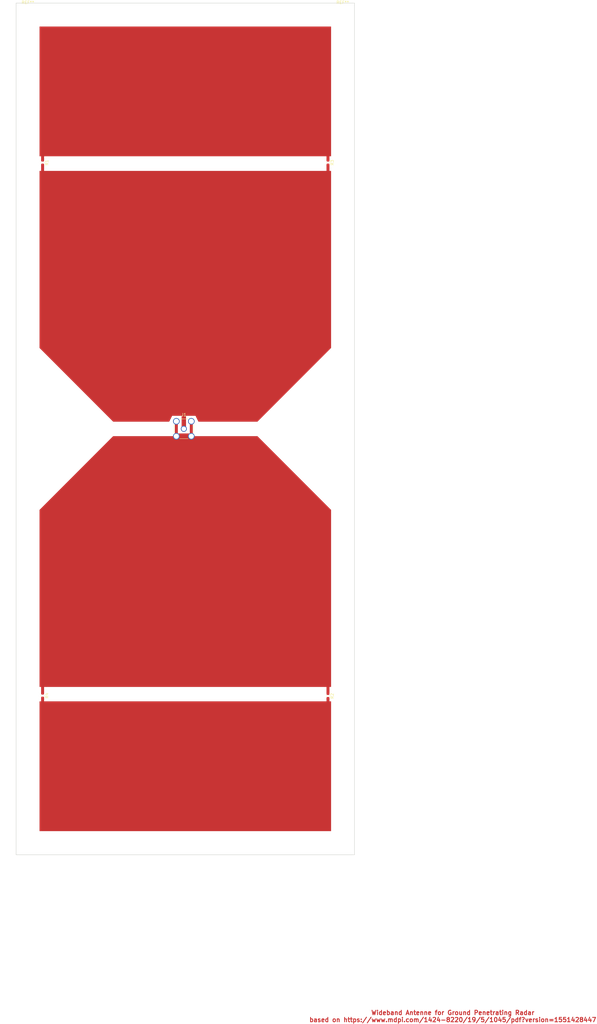
<source format=kicad_pcb>
(kicad_pcb (version 20211014) (generator pcbnew)
  (layers (0 "F.Cu" signal) (31 "B.Cu" signal) (34 "B.Paste" user) (35 "F.Paste" user) (36 "B.SilkS" user "B.Silkscreen") (37 "F.SilkS" user "F.Silkscreen") (38 "B.Mask" user) (39 "F.Mask" user) (44 "Edge.Cuts" user))
  (net 0 "")
  (net 1 "Net-(J1-Pad1)")
  (net 2 "Net-(J1-Pad2)")
  (net 3 "Net-(R2-Pad2)")
  (footprint "Connector_Coaxial:SMA_Amphenol_901-144_Vertical" (layer "F.Cu") (at 139.7 184.2)
    (fp_text reference "J1" (at 0 -4.75) (layer "F.SilkS"))
    (fp_text value "Conn_Coaxial")
    (fp_line (start -1.45 -3.355) (end 1.45 -3.355) (layer "F.SilkS") (width 0.12))
    (fp_line (start 3.355 -1.45) (end 3.355 1.45) (layer "F.SilkS") (width 0.12))
    (fp_line (start -3.355 -1.45) (end -3.355 1.45) (layer "F.SilkS") (width 0.12))
    (fp_line (start -1.45 3.355) (end 1.45 3.355) (layer "F.SilkS") (width 0.12))
    (pad "1" thru_hole circle locked (at 0 0) (size 2.05 2.05) (drill 1.5) (layers *.Cu *.Mask) (net 1 "Net-(J1-Pad1)"))
    (pad "2" thru_hole circle locked (at -2.54 -2.54) (size 2.25 2.25) (drill 1.7) (layers *.Cu *.Mask) (net 2 "Net-(J1-Pad2)"))
    (pad "2" thru_hole circle locked (at -2.54 2.54) (size 2.25 2.25) (drill 1.7) (layers *.Cu *.Mask) (net 2 "Net-(J1-Pad2)"))
    (pad "2" thru_hole circle locked (at 2.54 2.54) (size 2.25 2.25) (drill 1.7) (layers *.Cu *.Mask) (net 2 "Net-(J1-Pad2)"))
    (pad "2" thru_hole circle locked (at 2.54 -2.54) (size 2.25 2.25) (drill 1.7) (layers *.Cu *.Mask) (net 2 "Net-(J1-Pad2)"))
  )
  (footprint "Resistor_SMD:R_0603_1608Metric_Pad1.05x0.95mm_HandSolder" (layer "F.Cu") (at 91.7 93.865 -90)
    (fp_text reference "R1" (at 0 -1.43 90) (layer "F.SilkS"))
    (fp_text value "R")
    (fp_line (start -0.171267 -0.51) (end 0.171267 -0.51) (layer "F.SilkS") (width 0.12))
    (fp_line (start -0.171267 0.51) (end 0.171267 0.51) (layer "F.SilkS") (width 0.12))
    (pad "1" smd roundrect locked (at -0.875 0 270) (size 1.05 0.95) (layers "F.Cu" "F.Paste" "F.Mask") (net 1 "Net-(J1-Pad1)"))
    (pad "2" smd roundrect locked (at 0.875 0 270) (size 1.05 0.95) (layers "F.Cu" "F.Paste" "F.Mask") (net 1 "Net-(J1-Pad1)"))
  )
  (footprint "Resistor_SMD:R_0603_1608Metric_Pad1.05x0.95mm_HandSolder" (layer "F.Cu") (at 188.7 274.865 -90)
    (fp_text reference "R2" (at 0 -1.43 90) (layer "F.SilkS"))
    (fp_text value "R")
    (fp_line (start -0.171267 0.51) (end 0.171267 0.51) (layer "F.SilkS") (width 0.12))
    (fp_line (start -0.171267 -0.51) (end 0.171267 -0.51) (layer "F.SilkS") (width 0.12))
    (pad "1" smd roundrect locked (at -0.875 0 270) (size 1.05 0.95) (layers "F.Cu" "F.Paste" "F.Mask") (net 2 "Net-(J1-Pad2)"))
    (pad "2" smd roundrect locked (at 0.875 0 270) (size 1.05 0.95) (layers "F.Cu" "F.Paste" "F.Mask") (net 3 "Net-(R2-Pad2)"))
  )
  (footprint "Resistor_SMD:R_0603_1608Metric_Pad1.05x0.95mm_HandSolder" (layer "F.Cu") (at 188.7 93.865 -90)
    (fp_text reference "R3" (at 0 -1.43 90) (layer "F.SilkS"))
    (fp_text value "R")
    (fp_line (start -0.171267 -0.51) (end 0.171267 -0.51) (layer "F.SilkS") (width 0.12))
    (fp_line (start -0.171267 0.51) (end 0.171267 0.51) (layer "F.SilkS") (width 0.12))
    (pad "1" smd roundrect locked (at -0.875 0 270) (size 1.05 0.95) (layers "F.Cu" "F.Paste" "F.Mask") (net 1 "Net-(J1-Pad1)"))
    (pad "2" smd roundrect locked (at 0.875 0 270) (size 1.05 0.95) (layers "F.Cu" "F.Paste" "F.Mask") (net 1 "Net-(J1-Pad1)"))
  )
  (footprint "Resistor_SMD:R_0603_1608Metric_Pad1.05x0.95mm_HandSolder" (layer "F.Cu") (at 91.7 274.74 -90)
    (fp_text reference "R4" (at 0 -1.43 90) (layer "F.SilkS"))
    (fp_text value "R")
    (fp_line (start -0.171267 -0.51) (end 0.171267 -0.51) (layer "F.SilkS") (width 0.12))
    (fp_line (start -0.171267 0.51) (end 0.171267 0.51) (layer "F.SilkS") (width 0.12))
    (pad "1" smd roundrect locked (at -0.875 0 270) (size 1.05 0.95) (layers "F.Cu" "F.Paste" "F.Mask") (net 2 "Net-(J1-Pad2)"))
    (pad "2" smd roundrect locked (at 0.875 0 270) (size 1.05 0.95) (layers "F.Cu" "F.Paste" "F.Mask") (net 3 "Net-(R2-Pad2)"))
  )
  (footprint "MountingHole:MountingHole_3.2mm_M3" (layer "F.Cu") (at 88.7 180.74)
    (fp_text reference " " (at 0 -4.2) (layer "F.SilkS"))
    (fp_text value "MountingHole_3.2mm_M3")
    (pad "" np_thru_hole circle locked (at 0 0) (size 3.2 3.2) (drill 3.2) (layers *.Cu *.Mask))
  )
  (footprint "MountingHole:MountingHole_3.2mm_M3" (layer "F.Cu") (at 88.7 187.74)
    (fp_text reference " " (at 0 -4.2) (layer "F.SilkS"))
    (fp_text value "MountingHole_3.2mm_M3")
    (pad "" np_thru_hole circle locked (at 0 0) (size 3.2 3.2) (drill 3.2) (layers *.Cu *.Mask))
  )
  (footprint "MountingHole:MountingHole_3.2mm_M3" (layer "F.Cu") (at 101.7 187.74)
    (fp_text reference " " (at 0 -4.2) (layer "F.SilkS"))
    (fp_text value "MountingHole_3.2mm_M3")
    (pad "" np_thru_hole circle locked (at 0 0) (size 3.2 3.2) (drill 3.2) (layers *.Cu *.Mask))
  )
  (footprint "MountingHole:MountingHole_3.2mm_M3" (layer "F.Cu") (at 101.7 180.74)
    (fp_text reference " " (at 0 -4.2) (layer "F.SilkS"))
    (fp_text value "MountingHole_3.2mm_M3")
    (pad "" np_thru_hole circle locked (at 0 0) (size 3.2 3.2) (drill 3.2) (layers *.Cu *.Mask))
  )
  (footprint "MountingHole:MountingHole_3.2mm_M3" (layer "F.Cu") (at 191.7 180.74)
    (fp_text reference " " (at 0 -4.2) (layer "F.SilkS"))
    (fp_text value "MountingHole_3.2mm_M3")
    (pad "" np_thru_hole circle locked (at 0 0) (size 3.2 3.2) (drill 3.2) (layers *.Cu *.Mask))
  )
  (footprint "MountingHole:MountingHole_3.2mm_M3" (layer "F.Cu") (at 179.7 180.74)
    (fp_text reference " " (at 0 -4.2) (layer "F.SilkS"))
    (fp_text value "MountingHole_3.2mm_M3")
    (pad "" np_thru_hole circle locked (at 0 0) (size 3.2 3.2) (drill 3.2) (layers *.Cu *.Mask))
  )
  (footprint "MountingHole:MountingHole_3.2mm_M3" (layer "F.Cu") (at 179.7 187.74)
    (fp_text reference " " (at 0 -4.2) (layer "F.SilkS"))
    (fp_text value "MountingHole_3.2mm_M3")
    (pad "" np_thru_hole circle locked (at 0 0) (size 3.2 3.2) (drill 3.2) (layers *.Cu *.Mask))
  )
  (footprint "MountingHole:MountingHole_3.2mm_M3" (layer "F.Cu") (at 191.7 187.74)
    (fp_text reference " " (at 0 -4.2) (layer "F.SilkS"))
    (fp_text value "MountingHole_3.2mm_M3")
    (pad "" np_thru_hole circle locked (at 0 0) (size 3.2 3.2) (drill 3.2) (layers *.Cu *.Mask))
  )
  (footprint "MountingHole:MountingHole_3.2mm_M3" (layer "F.Cu") (at 86.7 43.74)
    (fp_text reference "REF**" (at 0 -4.2) (layer "F.SilkS"))
    (fp_text value "MountingHole_3.2mm_M3")
    (pad "" np_thru_hole circle locked (at 0 0) (size 3.2 3.2) (drill 3.2) (layers *.Cu *.Mask))
  )
  (footprint "MountingHole:MountingHole_3.2mm_M3" (layer "F.Cu") (at 193.7 43.74)
    (fp_text reference "REF**" (at 0 -4.2) (layer "F.SilkS"))
    (fp_text value "MountingHole_3.2mm_M3")
    (pad "" np_thru_hole circle locked (at 0 0) (size 3.2 3.2) (drill 3.2) (layers *.Cu *.Mask))
  )
  (footprint "MountingHole:MountingHole_3.2mm_M3" (layer "F.Cu") (at 86.7 324.74)
    (fp_text reference " " (at 0 -4.2) (layer "F.SilkS"))
    (fp_text value "MountingHole_3.2mm_M3")
    (pad "" np_thru_hole circle locked (at 0 0) (size 3.2 3.2) (drill 3.2) (layers *.Cu *.Mask))
  )
  (footprint "MountingHole:MountingHole_3.2mm_M3" (layer "F.Cu") (at 193.7 324.74)
    (fp_text reference " " (at 0 -4.2) (layer "F.SilkS"))
    (fp_text value "MountingHole_3.2mm_M3")
    (pad "" np_thru_hole circle locked (at 0 0) (size 3.2 3.2) (drill 3.2) (layers *.Cu *.Mask))
  )
  (gr_poly (pts (xy 189.7 320.6775) (xy 90.7 320.6775) (xy 90.7 276.74) (xy 189.7 276.74)) (layer "F.Cu") (width 0.1) (fill solid))
  (gr_poly (pts (xy 90.7 211.74) (xy 115.7 186.74) (xy 164.7 186.74) (xy 189.7 211.74) (xy 189.7 271.74) (xy 90.7 271.74)) (layer "F.Cu") (width 0.1) (fill solid))
  (gr_poly (pts (xy 189.7 156.74) (xy 164.7 181.74) (xy 144.7 181.74) (xy 143.7 179.74) (xy 135.7 179.74) (xy 134.7 181.74) (xy 115.7 181.74) (xy 90.7 156.74) (xy 90.7 96.74) (xy 189.7 96.74)) (layer "F.Cu") (width 0.1) (fill solid))
  (gr_poly (pts (xy 189.7 91.6775) (xy 90.7 91.6775) (xy 90.7 47.74) (xy 189.7 47.74)) (layer "F.Cu") (width 0.1) (fill solid))
  (gr_line (start 82.7 39.74) (end 197.7 39.74) (layer "Edge.Cuts") (width 0.15))
  (gr_line (start 197.7 39.74) (end 197.7 328.74) (layer "Edge.Cuts") (width 0.15))
  (gr_line (start 197.7 328.74) (end 82.7 328.74) (layer "Edge.Cuts") (width 0.15))
  (gr_line (start 82.7 328.74) (end 82.7 39.74) (layer "Edge.Cuts") (width 0.15))
  (gr_text "Wideband Antenne for Ground Penetrating Radar\nbased on https://www.mdpi.com/1424-8220/19/5/1045/pdf?version=1551428447" (at 231.14 383.54) (layer "F.Cu") (effects (font (size 1.5 1.5) (thickness 0.3))))
  (segment (start 188.7 87.74) (end 188.7 92.99) (width 1) (layer "F.Cu") (net 1))
  (segment (start 91.7 92.99) (end 91.7 87.74) (width 1) (layer "F.Cu") (net 1))
  (segment (start 139.7 183.74) (end 139.7 100.74) (width 1.5) (layer "F.Cu") (net 1))
  (segment (start 139.7 100.74) (end 139.7 99.74) (width 0.25) (layer "F.Cu") (net 1))
  (segment (start 91.7 87.74) (end 188.7 87.74) (width 0.25) (layer "F.Cu") (net 1))
  (segment (start 139.7 99.74) (end 91.7 99.74) (width 0.25) (layer "F.Cu") (net 1))
  (segment (start 91.7 99.74) (end 91.7 94.74) (width 1) (layer "F.Cu") (net 1))
  (segment (start 188.7 99.74) (end 139.7 99.74) (width 0.25) (layer "F.Cu") (net 1))
  (segment (start 188.7 94.74) (end 188.7 99.74) (width 1) (layer "F.Cu") (net 1))
  (segment (start 136.7 267.74) (end 188.7 267.74) (width 0.25) (layer "F.Cu") (net 2))
  (segment (start 137.16 186.28) (end 137.16 267.2) (width 0.25) (layer "F.Cu") (net 2))
  (segment (start 137.16 181.2) (end 137.16 186.28) (width 1) (layer "F.Cu") (net 2))
  (segment (start 188.7 267.49) (end 188.7 273.74) (width 1) (layer "F.Cu") (net 2))
  (segment (start 91.7 267.74) (end 136.7 267.74) (width 0.25) (layer "F.Cu") (net 2))
  (segment (start 137.16 186.28) (end 142.24 186.28) (width 1) (layer "F.Cu") (net 2))
  (segment (start 142.24 181.2) (end 142.24 186.28) (width 1) (layer "F.Cu") (net 2))
  (segment (start 91.7 273.865) (end 91.7 267.74) (width 1) (layer "F.Cu") (net 2))
  (segment (start 137.16 267.2) (end 137.7 267.74) (width 0.25) (layer "F.Cu") (net 2))
  (segment (start 188.7 278.74) (end 91.7 278.74) (width 0.25) (layer "F.Cu") (net 3))
  (segment (start 91.7 278.74) (end 91.7 275.615) (width 1) (layer "F.Cu") (net 3))
  (segment (start 188.7 275.74) (end 188.7 278.74) (width 1) (layer "F.Cu") (net 3))
)
</source>
